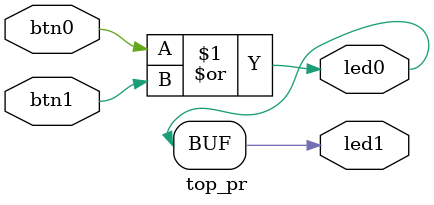
<source format=v>
module top_pr(  input btn0,btn1,
             output led0,led1);

    assign led0 = btn0 | btn1; 
    assign led1 = led0; 

endmodule // top_pr

</source>
